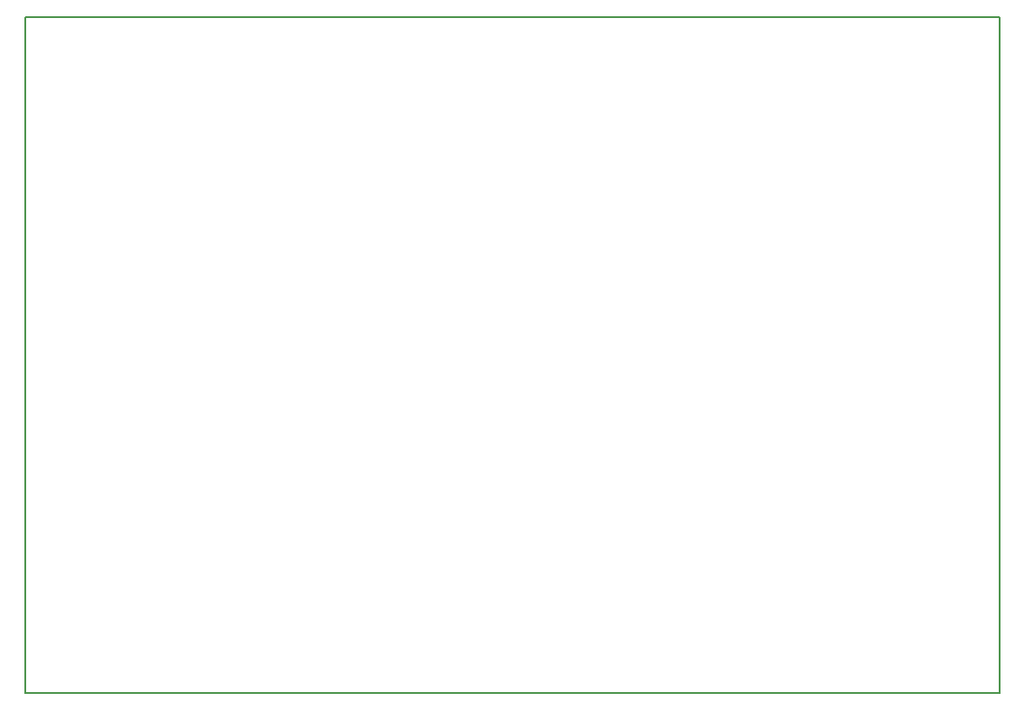
<source format=gbr>
G04 DesignSpark PCB Gerber Version 11.0 Build 5877*
%FSLAX35Y35*%
%MOIN*%
%ADD10C,0.00500*%
X0Y0D02*
D02*
D10*
X250Y250D02*
X360250D01*
Y250250D01*
X250D01*
Y250D01*
X0Y0D02*
M02*

</source>
